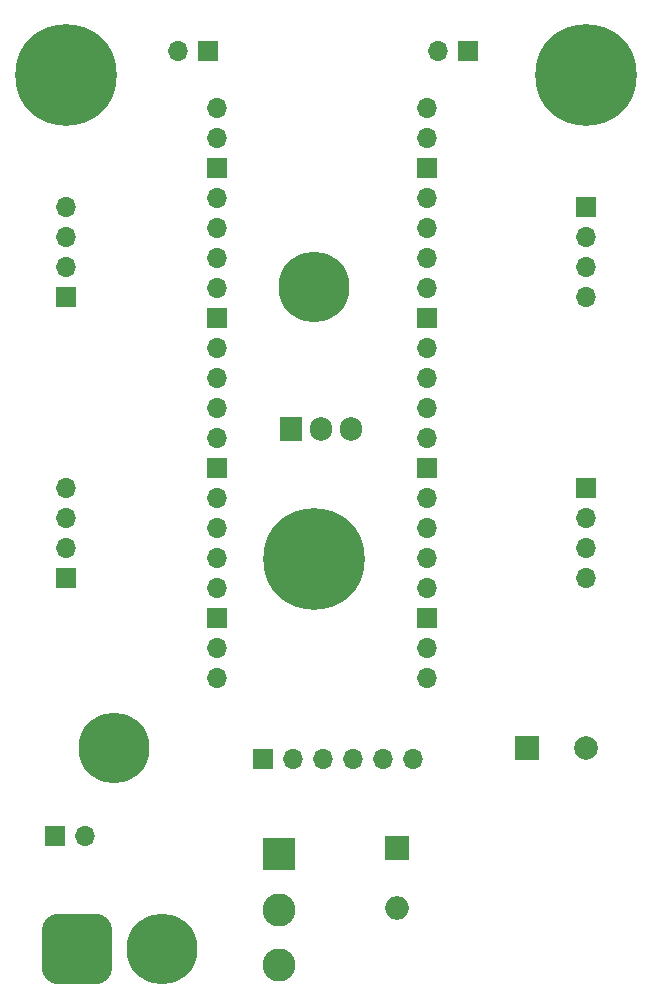
<source format=gbr>
%TF.GenerationSoftware,KiCad,Pcbnew,(6.0.9)*%
%TF.CreationDate,2022-12-10T13:22:31-05:00*%
%TF.ProjectId,Team5_Coaster,5465616d-355f-4436-9f61-737465722e6b,rev?*%
%TF.SameCoordinates,Original*%
%TF.FileFunction,Soldermask,Bot*%
%TF.FilePolarity,Negative*%
%FSLAX46Y46*%
G04 Gerber Fmt 4.6, Leading zero omitted, Abs format (unit mm)*
G04 Created by KiCad (PCBNEW (6.0.9)) date 2022-12-10 13:22:31*
%MOMM*%
%LPD*%
G01*
G04 APERTURE LIST*
G04 Aperture macros list*
%AMRoundRect*
0 Rectangle with rounded corners*
0 $1 Rounding radius*
0 $2 $3 $4 $5 $6 $7 $8 $9 X,Y pos of 4 corners*
0 Add a 4 corners polygon primitive as box body*
4,1,4,$2,$3,$4,$5,$6,$7,$8,$9,$2,$3,0*
0 Add four circle primitives for the rounded corners*
1,1,$1+$1,$2,$3*
1,1,$1+$1,$4,$5*
1,1,$1+$1,$6,$7*
1,1,$1+$1,$8,$9*
0 Add four rect primitives between the rounded corners*
20,1,$1+$1,$2,$3,$4,$5,0*
20,1,$1+$1,$4,$5,$6,$7,0*
20,1,$1+$1,$6,$7,$8,$9,0*
20,1,$1+$1,$8,$9,$2,$3,0*%
G04 Aperture macros list end*
%ADD10R,1.700000X1.700000*%
%ADD11O,1.700000X1.700000*%
%ADD12C,0.900000*%
%ADD13C,8.600000*%
%ADD14R,2.794000X2.794000*%
%ADD15C,2.794000*%
%ADD16R,2.000000X2.000000*%
%ADD17O,2.000000X2.000000*%
%ADD18C,2.000000*%
%ADD19C,6.000000*%
%ADD20O,1.905000X2.000000*%
%ADD21R,1.905000X2.000000*%
%ADD22RoundRect,1.500000X-1.500000X-1.500000X1.500000X-1.500000X1.500000X1.500000X-1.500000X1.500000X0*%
G04 APERTURE END LIST*
D10*
%TO.C,RF1*%
X147000000Y-67200000D03*
D11*
X147000000Y-69740000D03*
X147000000Y-72280000D03*
X147000000Y-74820000D03*
%TD*%
D12*
%TO.C,H1*%
X124000000Y-100225000D03*
X126280419Y-99280419D03*
X124000000Y-93775000D03*
X121719581Y-99280419D03*
X120775000Y-97000000D03*
X127225000Y-97000000D03*
X121719581Y-94719581D03*
D13*
X124000000Y-97000000D03*
D12*
X126280419Y-94719581D03*
%TD*%
D14*
%TO.C,SW1*%
X121000000Y-122000000D03*
D15*
X121000000Y-126699000D03*
X121000000Y-131398000D03*
%TD*%
D10*
%TO.C,J13*%
X115000000Y-54000000D03*
D11*
X112460000Y-54000000D03*
%TD*%
D10*
%TO.C,J4*%
X137000000Y-54000000D03*
D11*
X134460000Y-54000000D03*
%TD*%
D16*
%TO.C,D1*%
X131000000Y-121460000D03*
D17*
X131000000Y-126540000D03*
%TD*%
D12*
%TO.C,H2*%
X143775000Y-56000000D03*
X149280419Y-53719581D03*
X149280419Y-58280419D03*
X147000000Y-59225000D03*
X144719581Y-58280419D03*
D13*
X147000000Y-56000000D03*
D12*
X150225000Y-56000000D03*
X144719581Y-53719581D03*
X147000000Y-52775000D03*
%TD*%
D16*
%TO.C,C1*%
X142000000Y-113000000D03*
D18*
X147000000Y-113000000D03*
%TD*%
D19*
%TO.C,J5*%
X124000000Y-74000000D03*
%TD*%
D20*
%TO.C,U2*%
X127080000Y-86000000D03*
X124540000Y-86000000D03*
D21*
X122000000Y-86000000D03*
%TD*%
D10*
%TO.C,J2*%
X119675000Y-113975000D03*
D11*
X122215000Y-113975000D03*
X124755000Y-113975000D03*
X127295000Y-113975000D03*
X129835000Y-113975000D03*
X132375000Y-113975000D03*
%TD*%
D22*
%TO.C,J1*%
X103900000Y-130000000D03*
D19*
X111100000Y-130000000D03*
%TD*%
D12*
%TO.C,H3*%
X105280419Y-53719581D03*
X103000000Y-59225000D03*
X105280419Y-58280419D03*
X100719581Y-53719581D03*
X99775000Y-56000000D03*
D13*
X103000000Y-56000000D03*
D12*
X100719581Y-58280419D03*
X103000000Y-52775000D03*
X106225000Y-56000000D03*
%TD*%
D10*
%TO.C,J6*%
X102000000Y-120500000D03*
D11*
X104540000Y-120500000D03*
%TD*%
D10*
%TO.C,LB1*%
X103000000Y-98620000D03*
D11*
X103000000Y-96080000D03*
X103000000Y-93540000D03*
X103000000Y-91000000D03*
%TD*%
D10*
%TO.C,LF1*%
X103000000Y-74800000D03*
D11*
X103000000Y-72260000D03*
X103000000Y-69720000D03*
X103000000Y-67180000D03*
%TD*%
D19*
%TO.C,J3*%
X107000000Y-113000000D03*
%TD*%
D10*
%TO.C,RB1*%
X147000000Y-91000000D03*
D11*
X147000000Y-93540000D03*
X147000000Y-96080000D03*
X147000000Y-98620000D03*
%TD*%
%TO.C,U1*%
X133525000Y-58855000D03*
X133525000Y-61395000D03*
D10*
X133525000Y-63935000D03*
D11*
X133525000Y-66475000D03*
X133525000Y-69015000D03*
X133525000Y-71555000D03*
X133525000Y-74095000D03*
D10*
X133525000Y-76635000D03*
D11*
X133525000Y-79175000D03*
X133525000Y-81715000D03*
X133525000Y-84255000D03*
X133525000Y-86795000D03*
D10*
X133525000Y-89335000D03*
D11*
X133525000Y-91875000D03*
X133525000Y-94415000D03*
X133525000Y-96955000D03*
X133525000Y-99495000D03*
D10*
X133525000Y-102035000D03*
D11*
X133525000Y-104575000D03*
X133525000Y-107115000D03*
X115745000Y-107115000D03*
X115745000Y-104575000D03*
D10*
X115745000Y-102035000D03*
D11*
X115745000Y-99495000D03*
X115745000Y-96955000D03*
X115745000Y-94415000D03*
X115745000Y-91875000D03*
D10*
X115745000Y-89335000D03*
D11*
X115745000Y-86795000D03*
X115745000Y-84255000D03*
X115745000Y-81715000D03*
X115745000Y-79175000D03*
D10*
X115745000Y-76635000D03*
D11*
X115745000Y-74095000D03*
X115745000Y-71555000D03*
X115745000Y-69015000D03*
X115745000Y-66475000D03*
D10*
X115745000Y-63935000D03*
D11*
X115745000Y-61395000D03*
X115745000Y-58855000D03*
%TD*%
M02*

</source>
